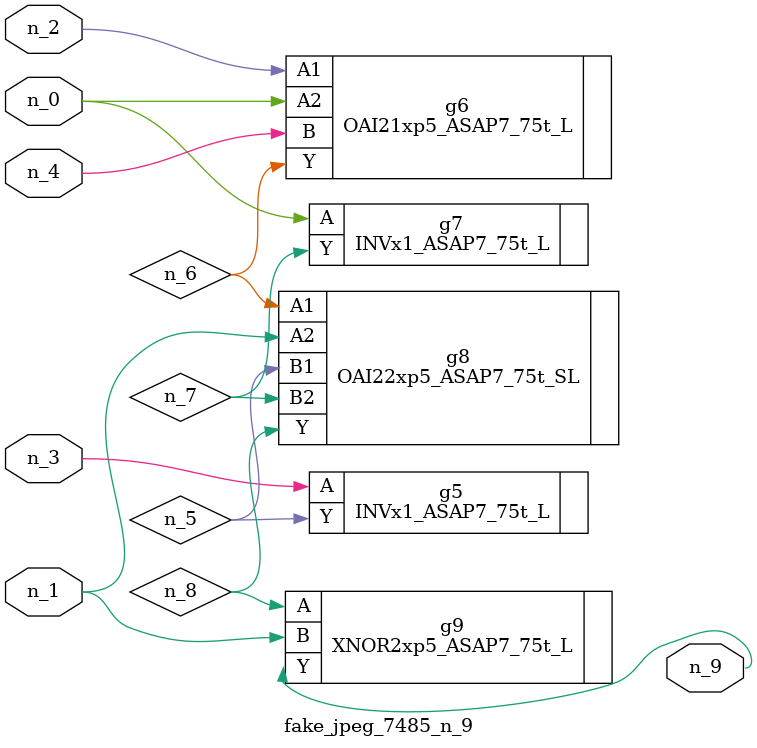
<source format=v>
module fake_jpeg_7485_n_9 (n_3, n_2, n_1, n_0, n_4, n_9);

input n_3;
input n_2;
input n_1;
input n_0;
input n_4;

output n_9;

wire n_8;
wire n_6;
wire n_5;
wire n_7;

INVx1_ASAP7_75t_L g5 ( 
.A(n_3),
.Y(n_5)
);

OAI21xp5_ASAP7_75t_L g6 ( 
.A1(n_2),
.A2(n_0),
.B(n_4),
.Y(n_6)
);

INVx1_ASAP7_75t_L g7 ( 
.A(n_0),
.Y(n_7)
);

OAI22xp5_ASAP7_75t_SL g8 ( 
.A1(n_6),
.A2(n_1),
.B1(n_5),
.B2(n_7),
.Y(n_8)
);

XNOR2xp5_ASAP7_75t_L g9 ( 
.A(n_8),
.B(n_1),
.Y(n_9)
);


endmodule
</source>
